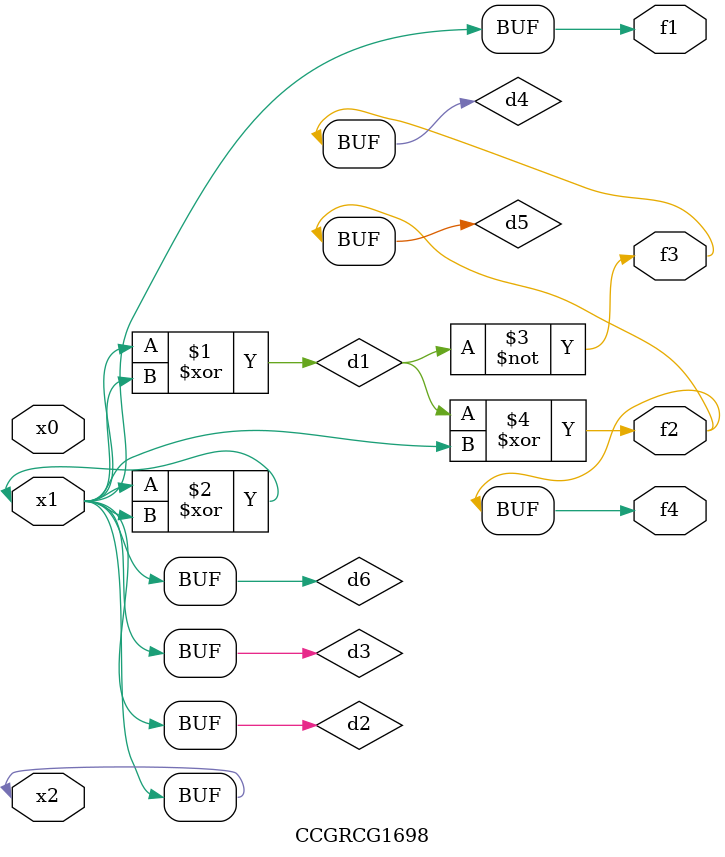
<source format=v>
module CCGRCG1698(
	input x0, x1, x2,
	output f1, f2, f3, f4
);

	wire d1, d2, d3, d4, d5, d6;

	xor (d1, x1, x2);
	buf (d2, x1, x2);
	xor (d3, x1, x2);
	nor (d4, d1);
	xor (d5, d1, d2);
	buf (d6, d2, d3);
	assign f1 = d6;
	assign f2 = d5;
	assign f3 = d4;
	assign f4 = d5;
endmodule

</source>
